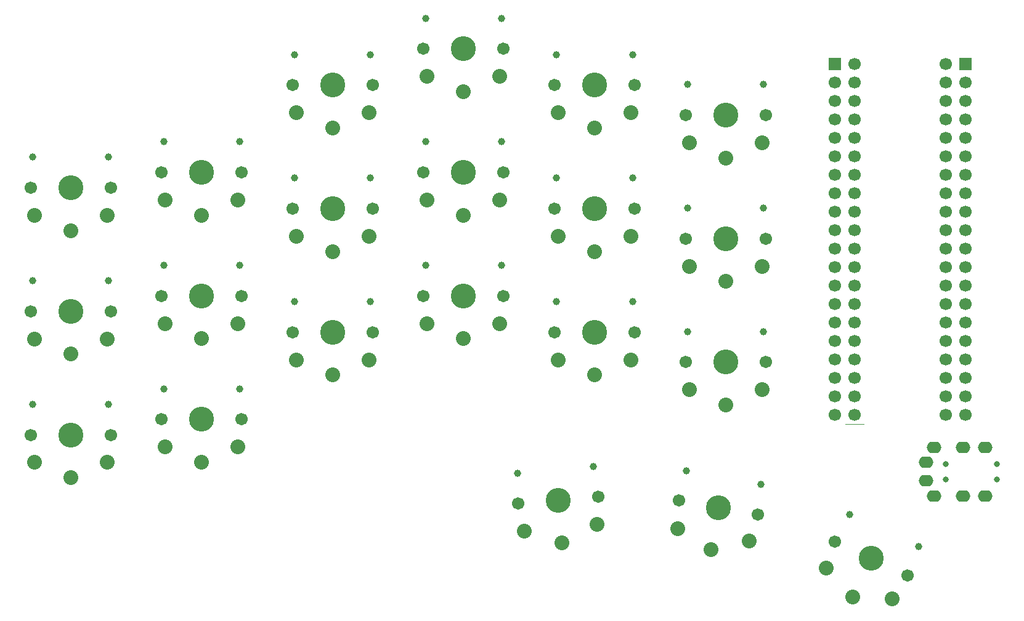
<source format=gts>
%TF.GenerationSoftware,KiCad,Pcbnew,(6.0.5)*%
%TF.CreationDate,2022-07-18T13:28:33+02:00*%
%TF.ProjectId,cantorplus,63616e74-6f72-4706-9c75-732e6b696361,rev1.0*%
%TF.SameCoordinates,Original*%
%TF.FileFunction,Soldermask,Top*%
%TF.FilePolarity,Negative*%
%FSLAX46Y46*%
G04 Gerber Fmt 4.6, Leading zero omitted, Abs format (unit mm)*
G04 Created by KiCad (PCBNEW (6.0.5)) date 2022-07-18 13:28:33*
%MOMM*%
%LPD*%
G01*
G04 APERTURE LIST*
%ADD10C,0.120000*%
%ADD11C,1.701800*%
%ADD12C,3.429000*%
%ADD13C,0.990600*%
%ADD14C,2.032000*%
%ADD15C,0.800000*%
%ADD16O,2.000000X1.600000*%
%ADD17R,1.700000X1.700000*%
%ADD18C,1.700000*%
G04 APERTURE END LIST*
D10*
%TO.C,U1*%
X180425000Y-102530000D02*
X182965000Y-102530000D01*
%TD*%
D11*
%TO.C,K25*%
X158500000Y-94000000D03*
D12*
X164000000Y-94000000D03*
D13*
X169220000Y-89800000D03*
D11*
X169500000Y-94000000D03*
D13*
X158780000Y-89800000D03*
D14*
X164000000Y-99900000D03*
X169000000Y-97800000D03*
X159000000Y-97800000D03*
%TD*%
D13*
%TO.C,K24*%
X140780000Y-85680000D03*
X151220000Y-85680000D03*
D11*
X151500000Y-89880000D03*
X140500000Y-89880000D03*
D12*
X146000000Y-89880000D03*
D14*
X146000000Y-95780000D03*
X151000000Y-93680000D03*
X141000000Y-93680000D03*
%TD*%
D12*
%TO.C,K21*%
X92000000Y-101880000D03*
D13*
X86780000Y-97680000D03*
X97220000Y-97680000D03*
D11*
X86500000Y-101880000D03*
X97500000Y-101880000D03*
D14*
X92000000Y-107780000D03*
X87000000Y-105680000D03*
X97000000Y-105680000D03*
%TD*%
D11*
%TO.C,K02*%
X115500000Y-55880000D03*
X104500000Y-55880000D03*
D13*
X115220000Y-51680000D03*
X104780000Y-51680000D03*
D12*
X110000000Y-55880000D03*
D14*
X110000000Y-61780000D03*
X115000000Y-59680000D03*
X105000000Y-59680000D03*
%TD*%
D13*
%TO.C,K10*%
X68780000Y-82800000D03*
D12*
X74000000Y-87000000D03*
D11*
X68500000Y-87000000D03*
D13*
X79220000Y-82800000D03*
D11*
X79500000Y-87000000D03*
D14*
X74000000Y-92900000D03*
X69000000Y-90800000D03*
X79000000Y-90800000D03*
%TD*%
D12*
%TO.C,K04*%
X146000000Y-55880000D03*
D11*
X140500000Y-55880000D03*
D13*
X140780000Y-51680000D03*
X151220000Y-51680000D03*
D11*
X151500000Y-55880000D03*
D14*
X146000000Y-61780000D03*
X141000000Y-59680000D03*
X151000000Y-59680000D03*
%TD*%
D11*
%TO.C,K12*%
X115500000Y-72880000D03*
D13*
X104780000Y-68680000D03*
D12*
X110000000Y-72880000D03*
D13*
X115220000Y-68680000D03*
D11*
X104500000Y-72880000D03*
D14*
X110000000Y-78780000D03*
X105000000Y-76680000D03*
X115000000Y-76680000D03*
%TD*%
D11*
%TO.C,K30*%
X146479071Y-112520643D03*
D13*
X135433810Y-109270935D03*
D11*
X135520929Y-113479357D03*
D12*
X141000000Y-113000000D03*
D13*
X145834082Y-108361029D03*
D14*
X141514219Y-118877549D03*
X146312165Y-116349761D03*
X136350218Y-117221319D03*
%TD*%
D13*
%TO.C,K01*%
X86780000Y-63680000D03*
D11*
X86500000Y-67880000D03*
X97500000Y-67880000D03*
D12*
X92000000Y-67880000D03*
D13*
X97220000Y-63680000D03*
D14*
X92000000Y-73780000D03*
X87000000Y-71680000D03*
X97000000Y-71680000D03*
%TD*%
D12*
%TO.C,K14*%
X146000000Y-72880000D03*
D13*
X140780000Y-68680000D03*
D11*
X140500000Y-72880000D03*
X151500000Y-72880000D03*
D13*
X151220000Y-68680000D03*
D14*
X146000000Y-78780000D03*
X141000000Y-76680000D03*
X151000000Y-76680000D03*
%TD*%
D11*
%TO.C,K23*%
X122500000Y-84880000D03*
D13*
X122780000Y-80680000D03*
D12*
X128000000Y-84880000D03*
D11*
X133500000Y-84880000D03*
D13*
X133220000Y-80680000D03*
D14*
X128000000Y-90780000D03*
X133000000Y-88680000D03*
X123000000Y-88680000D03*
%TD*%
D12*
%TO.C,K03*%
X128000000Y-50880000D03*
D11*
X133500000Y-50880000D03*
X122500000Y-50880000D03*
D13*
X133220000Y-46680000D03*
X122780000Y-46680000D03*
D14*
X128000000Y-56780000D03*
X133000000Y-54680000D03*
X123000000Y-54680000D03*
%TD*%
D11*
%TO.C,K22*%
X115500000Y-89880000D03*
D13*
X115220000Y-85680000D03*
D11*
X104500000Y-89880000D03*
D12*
X110000000Y-89880000D03*
D13*
X104780000Y-85680000D03*
D14*
X110000000Y-95780000D03*
X105000000Y-93680000D03*
X115000000Y-93680000D03*
%TD*%
D15*
%TO.C,J1*%
X201250000Y-110100000D03*
X194250000Y-108000000D03*
X194250000Y-110100000D03*
X201250000Y-108000000D03*
D16*
X191550000Y-107800000D03*
X191550000Y-110300000D03*
X192650000Y-112400000D03*
X192650000Y-105700000D03*
X199650000Y-112400000D03*
X196650000Y-105700000D03*
X196650000Y-112400000D03*
X199650000Y-105700000D03*
%TD*%
D12*
%TO.C,K15*%
X164000000Y-77000000D03*
D13*
X158780000Y-72800000D03*
D11*
X158500000Y-77000000D03*
D13*
X169220000Y-72800000D03*
D11*
X169500000Y-77000000D03*
D14*
X164000000Y-82900000D03*
X159000000Y-80800000D03*
X169000000Y-80800000D03*
%TD*%
D13*
%TO.C,K32*%
X190505923Y-119399575D03*
D11*
X188984693Y-123324400D03*
D13*
X181044070Y-114987440D03*
D11*
X179015307Y-118675600D03*
D12*
X184000000Y-121000000D03*
D14*
X181506552Y-126347216D03*
X186925590Y-126557061D03*
X177862512Y-122330878D03*
%TD*%
D11*
%TO.C,K11*%
X97500000Y-84880000D03*
D12*
X92000000Y-84880000D03*
D13*
X86780000Y-80680000D03*
X97220000Y-80680000D03*
D11*
X86500000Y-84880000D03*
D14*
X92000000Y-90780000D03*
X97000000Y-88680000D03*
X87000000Y-88680000D03*
%TD*%
D17*
%TO.C,U1*%
X179035000Y-53020000D03*
X196935000Y-53000000D03*
D18*
X196935000Y-55540000D03*
X179035000Y-55560000D03*
X179035000Y-58100000D03*
X196935000Y-58080000D03*
X196935000Y-60620000D03*
X179035000Y-60640000D03*
X179035000Y-63180000D03*
X196935000Y-63160000D03*
X196935000Y-65700000D03*
X179035000Y-65720000D03*
X196935000Y-68240000D03*
X179035000Y-68260000D03*
X196935000Y-70780000D03*
X179035000Y-70800000D03*
X179035000Y-73340000D03*
X196935000Y-73320000D03*
X196935000Y-75860000D03*
X179035000Y-75880000D03*
X179035000Y-78420000D03*
X196935000Y-78400000D03*
X179035000Y-80960000D03*
X196935000Y-80940000D03*
X196935000Y-83480000D03*
X179035000Y-83500000D03*
X179035000Y-86040000D03*
X196935000Y-86020000D03*
X179035000Y-88580000D03*
X196935000Y-88560000D03*
X196935000Y-91100000D03*
X179035000Y-91120000D03*
X196935000Y-93640000D03*
X179035000Y-93660000D03*
X179035000Y-96200000D03*
X196935000Y-96180000D03*
X196935000Y-98720000D03*
X179035000Y-98740000D03*
X196935000Y-101260000D03*
X179035000Y-101280000D03*
X194275000Y-101280000D03*
X181695000Y-101260000D03*
X181695000Y-98720000D03*
X194275000Y-98740000D03*
X181695000Y-96180000D03*
X194275000Y-96200000D03*
X194275000Y-93660000D03*
X181695000Y-93640000D03*
X194275000Y-91120000D03*
X181695000Y-91100000D03*
X194275000Y-88580000D03*
X181695000Y-88560000D03*
X194275000Y-86040000D03*
X181695000Y-86020000D03*
X194275000Y-83500000D03*
X181695000Y-83480000D03*
X181695000Y-80940000D03*
X194275000Y-80960000D03*
X181695000Y-78400000D03*
X194275000Y-78420000D03*
X194275000Y-75880000D03*
X181695000Y-75860000D03*
X181695000Y-73320000D03*
X194275000Y-73340000D03*
X181695000Y-70780000D03*
X194275000Y-70800000D03*
X194275000Y-68260000D03*
X181695000Y-68240000D03*
X194275000Y-65720000D03*
X181695000Y-65700000D03*
X181695000Y-63160000D03*
X194275000Y-63180000D03*
X194275000Y-60640000D03*
X181695000Y-60620000D03*
X181695000Y-58080000D03*
X194275000Y-58100000D03*
X181695000Y-55540000D03*
X194275000Y-55560000D03*
X181695000Y-53000000D03*
X194275000Y-53020000D03*
%TD*%
D11*
%TO.C,K05*%
X169500000Y-60000000D03*
D13*
X169220000Y-55800000D03*
X158780000Y-55800000D03*
D12*
X164000000Y-60000000D03*
D11*
X158500000Y-60000000D03*
D14*
X164000000Y-65900000D03*
X169000000Y-63800000D03*
X159000000Y-63800000D03*
%TD*%
D11*
%TO.C,K20*%
X79500000Y-104000000D03*
D13*
X68780000Y-99800000D03*
D12*
X74000000Y-104000000D03*
D11*
X68500000Y-104000000D03*
D13*
X79220000Y-99800000D03*
D14*
X74000000Y-109900000D03*
X79000000Y-107800000D03*
X69000000Y-107800000D03*
%TD*%
D13*
%TO.C,K13*%
X122780000Y-63680000D03*
D12*
X128000000Y-67880000D03*
D11*
X122500000Y-67880000D03*
D13*
X133220000Y-63680000D03*
D11*
X133500000Y-67880000D03*
D14*
X128000000Y-73780000D03*
X123000000Y-71680000D03*
X133000000Y-71680000D03*
%TD*%
D11*
%TO.C,K00*%
X68500000Y-70000000D03*
X79500000Y-70000000D03*
D12*
X74000000Y-70000000D03*
D13*
X68780000Y-65800000D03*
X79220000Y-65800000D03*
D14*
X74000000Y-75900000D03*
X69000000Y-73800000D03*
X79000000Y-73800000D03*
%TD*%
D12*
%TO.C,K31*%
X163000000Y-114000000D03*
D13*
X158588626Y-108957364D03*
D11*
X168416443Y-114955065D03*
X157583557Y-113044935D03*
D13*
X168870019Y-110770251D03*
D14*
X161975476Y-119810366D03*
X167264176Y-118610510D03*
X157416098Y-116874029D03*
%TD*%
M02*

</source>
